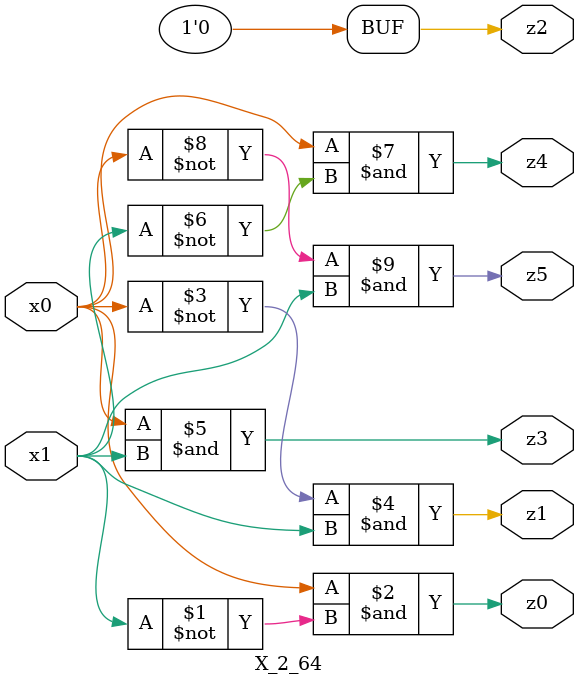
<source format=v>

module X_2_64 ( 
    x0, x1,
    z0, z1, z2, z3, z4, z5  );
  input  x0, x1;
  output z0, z1, z2, z3, z4, z5;
  assign z0 = x0 & ~x1;
  assign z1 = ~x0 & x1;
  assign z2 = 1'b0;
  assign z3 = x0 & x1;
  assign z4 = x0 & ~x1;
  assign z5 = ~x0 & x1;
endmodule



</source>
